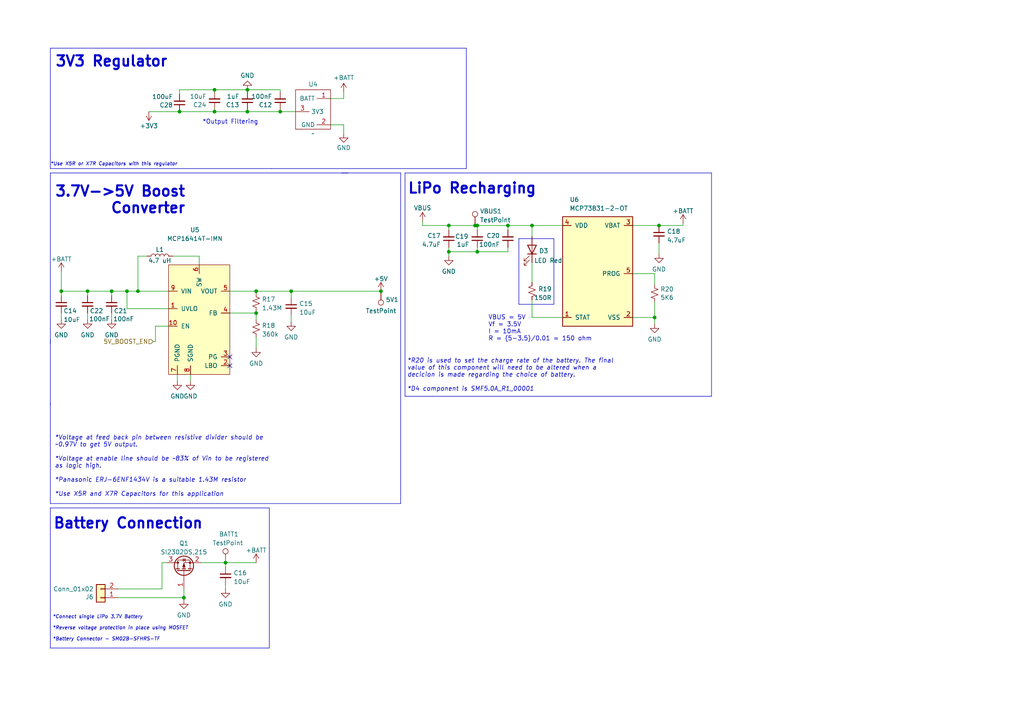
<source format=kicad_sch>
(kicad_sch (version 20230121) (generator eeschema)
  (paper "A4")
  (lib_symbols
    (symbol "+BATT_1" (power) (pin_names (offset 0))
      (property "Value" "+BATT_1" (at 0 3.556 0))
      (symbol "+BATT_1_0_1"
        (polyline (pts (xy -0.762 1.27) (xy 0 2.54)))
        (polyline (pts (xy 0 0) (xy 0 2.54)))
        (polyline (pts (xy 0 2.54) (xy 0.762 1.27)))
      )
      (symbol "+BATT_1_1_1"
        (pin power_in line (at 0 0 90) (length 0) hide (name "+BATT") (number "1"))
      )
    )
    (symbol "Battery_Management:MCP73831-2-OT" (pin_names (offset 1.016))
      (property "Reference" "U?" (at 40.1194 11.3198 0))
      (property "Value" "MCP73831-2-OT" (at 40.1194 8.7829 0))
      (symbol "MCP73831-2-OT_0_1"
        (rectangle (start 38.1 6.35) (end 58.42 -25.4) (stroke (width 0.254)) (fill (type background)))
      )
      (symbol "MCP73831-2-OT_1_1"
        (pin output line (at 38.1 -22.86 0) (length 2.54) (name "STAT") (number "1"))
        (pin power_in line (at 58.42 -22.86 180) (length 2.54) (name "VSS") (number "2"))
        (pin power_out line (at 58.42 3.81 180) (length 2.54) (name "VBAT") (number "3"))
        (pin power_in line (at 38.1 3.81 0) (length 2.54) (name "VDD") (number "4"))
        (pin input line (at 58.42 -10.16 180) (length 2.54) (name "PROG") (number "5"))
      )
    )
    (symbol "Bluetooth Pump:AP7363-33D-13"
      (property "Reference" "U" (at 0 0 0))
      (symbol "AP7363-33D-13_0_1"
        (rectangle (start -5.08 12.7) (end 5.08 1.27))
      )
      (symbol "AP7363-33D-13_1_1"
        (pin power_in line (at 5.08 10.16 180) (length 4) (name "BATT") (number "1"))
        (pin power_in line (at 5.08 2.54 180) (length 4) (name "GND") (number "2"))
        (pin power_out line (at -5.08 6.35 0) (length 4) (name "3V3") (number "3"))
      )
    )
    (symbol "Bluetooth-Pump-rescue:MCP16414T-IMN-Power_Management2" (pin_names (offset 1.016))
      (property "Reference" "U5" (at -2.54 30.48 0))
      (property "Value" "MCP16414T-IMN" (at -2.54 27.94 0))
      (symbol "MCP16414T-IMN-Power_Management2_0_1"
        (rectangle (start -10.16 20.32) (end 7.62 -11.43) (fill (type background)))
      )
      (symbol "MCP16414T-IMN-Power_Management2_1_1"
        (pin input line (at -10.16 7.62 0) (length 2.54) (name "UVLO") (number "1"))
        (pin input line (at -10.16 2.54 0) (length 2.54) (name "EN") (number "10"))
        (pin output line (at 7.62 -8.89 180) (length 2.54) (name "LBO") (number "2"))
        (pin output line (at 7.62 -6.35 180) (length 2.54) (name "PG") (number "3"))
        (pin input line (at 7.62 6.35 180) (length 2.54) (name "FB") (number "4"))
        (pin output line (at 7.62 12.7 180) (length 2.54) (name "VOUT") (number "5"))
        (pin output line (at -1.27 20.32 270) (length 2.54) (name "SW") (number "6"))
        (pin input line (at -7.62 -11.43 90) (length 2.54) (name "PGND") (number "7"))
        (pin input line (at -3.81 -11.43 90) (length 2.54) (name "SGND") (number "8"))
        (pin input line (at -10.16 12.7 0) (length 2.54) (name "VIN") (number "9"))
      )
    )
    (symbol "Connector:TestPoint" (pin_numbers hide) (pin_names (offset 0.762) hide)
      (property "Reference" "TP" (at 0 6.858 0))
      (property "Value" "TestPoint" (at 0 5.08 0))
      (symbol "TestPoint_0_1"
        (circle (center 0 3.302) (radius 0.762))
      )
      (symbol "TestPoint_1_1"
        (pin passive line (at 0 0 90) (length 2.54) (name "1") (number "1"))
      )
    )
    (symbol "Connector_Generic:Conn_01x02" (pin_names (offset 1.016) hide)
      (property "Reference" "J" (at 0 2.54 0))
      (property "Value" "Conn_01x02" (at 0 -5.08 0))
      (symbol "Conn_01x02_1_1"
        (rectangle (start -1.27 -2.413) (end 0 -2.667) (stroke (width 0.1524)))
        (rectangle (start -1.27 0.127) (end 0 -0.127) (stroke (width 0.1524)))
        (rectangle (start -1.27 1.27) (end 1.27 -3.81) (stroke (width 0.254)) (fill (type background)))
        (pin passive line (at -5.08 0 0) (length 3.81) (name "Pin_1") (number "1"))
        (pin passive line (at -5.08 -2.54 0) (length 3.81) (name "Pin_2") (number "2"))
      )
    )
    (symbol "Device:C_Small" (pin_numbers hide) (pin_names (offset 0.254) hide)
      (property "Reference" "C" (at 0.254 1.778 0))
      (property "Value" "C_Small" (at 0.254 -2.032 0))
      (symbol "C_Small_0_1"
        (polyline (pts (xy -1.524 -0.508) (xy 1.524 -0.508)) (stroke (width 0.3302)))
        (polyline (pts (xy -1.524 0.508) (xy 1.524 0.508)) (stroke (width 0.3048)))
      )
      (symbol "C_Small_1_1"
        (pin passive line (at 0 2.54 270) (length 2.032) (name "~") (number "1"))
        (pin passive line (at 0 -2.54 90) (length 2.032) (name "~") (number "2"))
      )
    )
    (symbol "Device:L" (pin_numbers hide) (pin_names (offset 1.016) hide)
      (property "Reference" "L" (at -1.27 0 90))
      (property "Value" "L" (at 1.905 0 90))
      (symbol "L_0_1"
        (arc (start 0 -2.54) (mid 0.6323 -1.905) (end 0 -1.27))
        (arc (start 0 -1.27) (mid 0.6323 -0.635) (end 0 0))
        (arc (start 0 0) (mid 0.6323 0.635) (end 0 1.27))
        (arc (start 0 1.27) (mid 0.6323 1.905) (end 0 2.54))
      )
      (symbol "L_1_1"
        (pin passive line (at 0 3.81 270) (length 1.27) (name "1") (number "1"))
        (pin passive line (at 0 -3.81 90) (length 1.27) (name "2") (number "2"))
      )
    )
    (symbol "Device:LED" (pin_numbers hide) (pin_names (offset 1.016) hide)
      (property "Reference" "D" (at 0 2.54 0))
      (property "Value" "LED" (at 0 -2.54 0))
      (symbol "LED_0_1"
        (polyline (pts (xy -1.27 -1.27) (xy -1.27 1.27)) (stroke (width 0.254)))
        (polyline (pts (xy -1.27 0) (xy 1.27 0)))
        (polyline (pts (xy 1.27 -1.27) (xy 1.27 1.27) (xy -1.27 0) (xy 1.27 -1.27)) (stroke (width 0.254)))
        (polyline (pts (xy -3.048 -0.762) (xy -4.572 -2.286) (xy -3.81 -2.286) (xy -4.572 -2.286) (xy -4.572 -1.524)))
        (polyline (pts (xy -1.778 -0.762) (xy -3.302 -2.286) (xy -2.54 -2.286) (xy -3.302 -2.286) (xy -3.302 -1.524)))
      )
      (symbol "LED_1_1"
        (pin passive line (at -3.81 0 0) (length 2.54) (name "K") (number "1"))
        (pin passive line (at 3.81 0 180) (length 2.54) (name "A") (number "2"))
      )
    )
    (symbol "Device:R_Small_US" (pin_numbers hide) (pin_names (offset 0.254) hide)
      (property "Reference" "R" (at 0.762 0.508 0))
      (property "Value" "R_Small_US" (at 0.762 -1.016 0))
      (symbol "R_Small_US_1_1"
        (polyline (pts (xy 0 0) (xy 1.016 -0.381) (xy 0 -0.762) (xy -1.016 -1.143) (xy 0 -1.524)))
        (polyline (pts (xy 0 1.524) (xy 1.016 1.143) (xy 0 0.762) (xy -1.016 0.381) (xy 0 0)))
        (pin passive line (at 0 2.54 270) (length 1.016) (name "~") (number "1"))
        (pin passive line (at 0 -2.54 90) (length 1.016) (name "~") (number "2"))
      )
    )
    (symbol "GND_1" (power) (pin_names (offset 0))
      (property "Value" "GND_1" (at 0 -3.81 0))
      (symbol "GND_1_0_1"
        (polyline (pts (xy 0 0) (xy 0 -1.27) (xy 1.27 -1.27) (xy 0 -2.54) (xy -1.27 -1.27) (xy 0 -1.27)))
      )
      (symbol "GND_1_1_1"
        (pin power_in line (at 0 0 270) (length 0) hide (name "GND") (number "1"))
      )
    )
    (symbol "GND_2" (power) (pin_names (offset 0))
      (property "Value" "GND_2" (at 0 -3.81 0))
      (symbol "GND_2_0_1"
        (polyline (pts (xy 0 0) (xy 0 -1.27) (xy 1.27 -1.27) (xy 0 -2.54) (xy -1.27 -1.27) (xy 0 -1.27)))
      )
      (symbol "GND_2_1_1"
        (pin power_in line (at 0 0 270) (length 0) hide (name "GND") (number "1"))
      )
    )
    (symbol "Transistor_FET:Si2319CDS" (pin_names hide)
      (property "Reference" "Q" (at 5.08 1.905 0))
      (property "Value" "Si2319CDS" (at 5.08 0 0))
      (symbol "Si2319CDS_0_1"
        (polyline (pts (xy 0.254 0) (xy -2.54 0)))
        (polyline (pts (xy 0.254 1.905) (xy 0.254 -1.905)) (stroke (width 0.254)))
        (polyline (pts (xy 0.762 -1.27) (xy 0.762 -2.286)) (stroke (width 0.254)))
        (polyline (pts (xy 0.762 0.508) (xy 0.762 -0.508)) (stroke (width 0.254)))
        (polyline (pts (xy 0.762 2.286) (xy 0.762 1.27)) (stroke (width 0.254)))
        (polyline (pts (xy 2.54 2.54) (xy 2.54 1.778)))
        (polyline (pts (xy 2.54 -2.54) (xy 2.54 0) (xy 0.762 0)))
        (polyline (pts (xy 0.762 1.778) (xy 3.302 1.778) (xy 3.302 -1.778) (xy 0.762 -1.778)))
        (polyline (pts (xy 2.286 0) (xy 1.27 0.381) (xy 1.27 -0.381) (xy 2.286 0)) (fill (type outline)))
        (polyline (pts (xy 2.794 -0.508) (xy 2.921 -0.381) (xy 3.683 -0.381) (xy 3.81 -0.254)))
        (polyline (pts (xy 3.302 -0.381) (xy 2.921 0.254) (xy 3.683 0.254) (xy 3.302 -0.381)))
        (circle (center 1.651 0) (radius 2.794) (stroke (width 0.254)))
        (circle (center 2.54 -1.778) (radius 0.254) (fill (type outline)))
        (circle (center 2.54 1.778) (radius 0.254) (fill (type outline)))
      )
      (symbol "Si2319CDS_1_1"
        (pin input line (at -5.08 0 0) (length 2.54) (name "G") (number "1"))
        (pin passive line (at 2.54 -5.08 90) (length 2.54) (name "S") (number "2"))
        (pin passive line (at 2.54 5.08 270) (length 2.54) (name "D") (number "3"))
      )
    )
    (symbol "power:+3V3" (power) (pin_names (offset 0))
      (property "Value" "+3V3" (at 0 3.556 0))
      (symbol "+3V3_0_1"
        (polyline (pts (xy -0.762 1.27) (xy 0 2.54)))
        (polyline (pts (xy 0 0) (xy 0 2.54)))
        (polyline (pts (xy 0 2.54) (xy 0.762 1.27)))
      )
      (symbol "+3V3_1_1"
        (pin power_in line (at 0 0 90) (length 0) hide (name "+3V3") (number "1"))
      )
    )
    (symbol "power:+5V" (power) (pin_names (offset 0))
      (property "Value" "+5V" (at 0 3.556 0))
      (symbol "+5V_0_1"
        (polyline (pts (xy -0.762 1.27) (xy 0 2.54)))
        (polyline (pts (xy 0 0) (xy 0 2.54)))
        (polyline (pts (xy 0 2.54) (xy 0.762 1.27)))
      )
      (symbol "+5V_1_1"
        (pin power_in line (at 0 0 90) (length 0) hide (name "+5V") (number "1"))
      )
    )
    (symbol "power:+BATT" (power) (pin_names (offset 0))
      (property "Value" "+BATT" (at 0 3.556 0))
      (symbol "+BATT_0_1"
        (polyline (pts (xy -0.762 1.27) (xy 0 2.54)))
        (polyline (pts (xy 0 0) (xy 0 2.54)))
        (polyline (pts (xy 0 2.54) (xy 0.762 1.27)))
      )
      (symbol "+BATT_1_1"
        (pin power_in line (at 0 0 90) (length 0) hide (name "+BATT") (number "1"))
      )
    )
    (symbol "power:GND" (power) (pin_names (offset 0))
      (property "Value" "GND" (at 0 -3.81 0))
      (symbol "GND_0_1"
        (polyline (pts (xy 0 0) (xy 0 -1.27) (xy 1.27 -1.27) (xy 0 -2.54) (xy -1.27 -1.27) (xy 0 -1.27)))
      )
      (symbol "GND_1_1"
        (pin power_in line (at 0 0 270) (length 0) hide (name "GND") (number "1"))
      )
    )
    (symbol "power:VBUS" (power) (pin_names (offset 0))
      (property "Value" "VBUS" (at 0 3.81 0))
      (symbol "VBUS_0_1"
        (polyline (pts (xy -0.762 1.27) (xy 0 2.54)))
        (polyline (pts (xy 0 0) (xy 0 2.54)))
        (polyline (pts (xy 0 2.54) (xy 0.762 1.27)))
      )
      (symbol "VBUS_1_1"
        (pin power_in line (at 0 0 90) (length 0) hide (name "VBUS") (number "1"))
      )
    )
  )
  (junction (at 191.135 65.405))
  (junction (at 17.78 84.455))
  (junction (at 110.49 84.455))
  (junction (at 53.34 173.355))
  (junction (at 138.43 65.405))
  (junction (at 65.405 163.195))
  (junction (at 52.07 32.385))
  (junction (at 36.83 84.455))
  (junction (at 74.295 84.455))
  (junction (at 62.23 26.035))
  (junction (at 138.43 73.025))
  (junction (at 71.755 26.035))
  (junction (at 40.005 84.455))
  (junction (at 130.175 73.025))
  (junction (at 130.175 65.405))
  (junction (at 154.305 65.405))
  (junction (at 25.4 84.455))
  (junction (at 74.295 90.805))
  (junction (at 71.755 32.385))
  (junction (at 81.28 32.385))
  (junction (at 84.455 84.455))
  (junction (at 62.23 32.385))
  (junction (at 147.32 65.405))
  (junction (at 137.795 65.405))
  (junction (at 189.865 92.075))
  (junction (at 32.385 84.455))
  (no_connect (at 66.675 106.045))
  (no_connect (at 66.675 103.505))
  (wire (pts (xy 130.175 73.025) (xy 130.175 74.295)))
  (wire (pts (xy 17.78 84.455) (xy 17.78 85.725)))
  (wire (pts (xy 71.755 32.385) (xy 71.755 31.75)))
  (wire (pts (xy 154.305 76.2) (xy 154.305 81.915)))
  (wire (pts (xy 138.43 71.755) (xy 138.43 73.025)))
  (polyline (pts (xy 78.74 48.895) (xy 14.605 48.895)))
  (wire (pts (xy 40.005 84.455) (xy 48.895 84.455)))
  (wire (pts (xy 147.32 73.025) (xy 138.43 73.025)))
  (polyline (pts (xy 206.375 114.935) (xy 206.375 50.165)))
  (wire (pts (xy 84.455 91.44) (xy 84.455 93.345)))
  (wire (pts (xy 71.755 26.67) (xy 71.755 26.035)))
  (polyline (pts (xy 150.495 69.215) (xy 160.655 69.215)))
  (wire (pts (xy 183.515 79.375) (xy 189.865 79.375)))
  (wire (pts (xy 74.295 97.79) (xy 74.295 100.965)))
  (wire (pts (xy 138.43 73.025) (xy 130.175 73.025)))
  (wire (pts (xy 71.755 32.385) (xy 62.23 32.385)))
  (polyline (pts (xy 14.605 147.32) (xy 78.105 147.32)))
  (wire (pts (xy 81.28 32.385) (xy 71.755 32.385)))
  (wire (pts (xy 74.295 84.455) (xy 74.295 85.09)))
  (wire (pts (xy 50.165 74.295) (xy 57.785 74.295)))
  (polyline (pts (xy 99.06 50.165) (xy 116.205 50.165)))
  (wire (pts (xy 154.305 65.405) (xy 163.195 65.405)))
  (wire (pts (xy 84.455 84.455) (xy 110.49 84.455)))
  (wire (pts (xy 99.695 36.195) (xy 99.695 38.735)))
  (polyline (pts (xy 117.475 114.935) (xy 206.375 114.935)))
  (polyline (pts (xy 78.105 147.32) (xy 78.105 187.96)))
  (polyline (pts (xy 116.205 50.165) (xy 116.205 146.05)))
  (wire (pts (xy 191.135 65.405) (xy 198.12 65.405)))
  (polyline (pts (xy 206.375 50.165) (xy 117.475 50.165)))
  (wire (pts (xy 32.385 84.455) (xy 32.385 85.725)))
  (polyline (pts (xy 100.965 50.165) (xy 14.605 50.165)))
  (wire (pts (xy 36.83 84.455) (xy 40.005 84.455)))
  (wire (pts (xy 130.175 65.405) (xy 137.795 65.405)))
  (wire (pts (xy 138.43 65.405) (xy 138.43 66.675)))
  (wire (pts (xy 53.34 170.815) (xy 53.34 173.355)))
  (wire (pts (xy 74.295 84.455) (xy 84.455 84.455)))
  (polyline (pts (xy 135.255 48.895) (xy 78.74 48.895)))
  (wire (pts (xy 95.885 28.575) (xy 99.695 28.575)))
  (wire (pts (xy 74.295 90.805) (xy 74.295 92.71)))
  (polyline (pts (xy 14.605 13.97) (xy 78.74 13.97)))
  (wire (pts (xy 99.695 28.575) (xy 99.695 26.67)))
  (wire (pts (xy 130.175 71.755) (xy 130.175 73.025)))
  (wire (pts (xy 81.28 26.67) (xy 81.28 26.035)))
  (wire (pts (xy 51.435 108.585) (xy 51.435 110.49)))
  (wire (pts (xy 62.23 26.67) (xy 62.23 26.035)))
  (wire (pts (xy 189.865 92.075) (xy 189.865 93.98)))
  (polyline (pts (xy 14.605 50.165) (xy 14.605 99.695)))
  (wire (pts (xy 71.755 26.035) (xy 62.23 26.035)))
  (wire (pts (xy 42.545 74.295) (xy 40.005 74.295)))
  (wire (pts (xy 191.135 70.485) (xy 191.135 73.66)))
  (wire (pts (xy 25.4 84.455) (xy 32.385 84.455)))
  (wire (pts (xy 34.29 170.815) (xy 46.99 170.815)))
  (wire (pts (xy 122.555 65.405) (xy 122.555 64.135)))
  (wire (pts (xy 189.865 87.63) (xy 189.865 92.075)))
  (wire (pts (xy 74.295 90.17) (xy 74.295 90.805)))
  (wire (pts (xy 32.385 84.455) (xy 36.83 84.455)))
  (wire (pts (xy 65.405 169.545) (xy 65.405 170.815)))
  (polyline (pts (xy 150.495 69.215) (xy 150.495 88.265)))
  (polyline (pts (xy 150.495 88.265) (xy 160.655 88.265)))
  (wire (pts (xy 198.12 65.405) (xy 198.12 64.77)))
  (wire (pts (xy 62.23 32.385) (xy 62.23 31.75)))
  (polyline (pts (xy 14.605 146.05) (xy 14.605 116.84)))
  (wire (pts (xy 52.07 32.385) (xy 43.18 32.385)))
  (wire (pts (xy 66.675 90.805) (xy 74.295 90.805)))
  (wire (pts (xy 137.795 65.405) (xy 138.43 65.405)))
  (polyline (pts (xy 14.605 98.425) (xy 14.605 117.475)))
  (wire (pts (xy 32.385 90.805) (xy 32.385 92.71)))
  (wire (pts (xy 130.175 65.405) (xy 122.555 65.405)))
  (wire (pts (xy 45.085 94.615) (xy 45.085 99.06)))
  (wire (pts (xy 52.07 27.305) (xy 52.07 26.035)))
  (wire (pts (xy 40.005 74.295) (xy 40.005 84.455)))
  (wire (pts (xy 84.455 84.455) (xy 84.455 86.36)))
  (polyline (pts (xy 117.475 52.07) (xy 117.475 114.935)))
  (wire (pts (xy 189.865 92.075) (xy 183.515 92.075)))
  (wire (pts (xy 58.42 163.195) (xy 65.405 163.195)))
  (wire (pts (xy 81.28 26.035) (xy 71.755 26.035)))
  (wire (pts (xy 189.865 79.375) (xy 189.865 82.55)))
  (wire (pts (xy 154.305 92.075) (xy 163.195 92.075)))
  (wire (pts (xy 36.83 89.535) (xy 36.83 84.455)))
  (polyline (pts (xy 160.655 88.265) (xy 160.655 69.215)))
  (wire (pts (xy 34.29 173.355) (xy 53.34 173.355)))
  (wire (pts (xy 147.32 66.675) (xy 147.32 65.405)))
  (wire (pts (xy 46.99 163.195) (xy 48.26 163.195)))
  (wire (pts (xy 138.43 65.405) (xy 147.32 65.405)))
  (wire (pts (xy 52.07 26.035) (xy 62.23 26.035)))
  (wire (pts (xy 57.785 74.295) (xy 57.785 76.835)))
  (wire (pts (xy 17.78 78.74) (xy 17.78 84.455)))
  (wire (pts (xy 17.78 84.455) (xy 25.4 84.455)))
  (wire (pts (xy 55.245 108.585) (xy 55.245 110.49)))
  (wire (pts (xy 95.885 36.195) (xy 99.695 36.195)))
  (wire (pts (xy 62.23 32.385) (xy 52.07 32.385)))
  (polyline (pts (xy 78.105 187.96) (xy 14.605 187.96)))
  (wire (pts (xy 154.305 86.995) (xy 154.305 92.075)))
  (wire (pts (xy 81.28 31.75) (xy 81.28 32.385)))
  (polyline (pts (xy 135.255 13.97) (xy 135.255 48.895)))
  (wire (pts (xy 25.4 90.805) (xy 25.4 92.71)))
  (wire (pts (xy 147.32 71.755) (xy 147.32 73.025)))
  (wire (pts (xy 183.515 65.405) (xy 191.135 65.405)))
  (wire (pts (xy 17.78 90.805) (xy 17.78 92.71)))
  (wire (pts (xy 46.99 170.815) (xy 46.99 163.195)))
  (wire (pts (xy 154.305 68.58) (xy 154.305 65.405)))
  (wire (pts (xy 25.4 84.455) (xy 25.4 85.725)))
  (polyline (pts (xy 117.475 50.165) (xy 117.475 52.07)))
  (wire (pts (xy 85.725 32.385) (xy 81.28 32.385)))
  (wire (pts (xy 45.085 99.06) (xy 44.45 99.06)))
  (wire (pts (xy 66.675 84.455) (xy 74.295 84.455)))
  (wire (pts (xy 65.405 163.195) (xy 65.405 164.465)))
  (wire (pts (xy 53.34 173.355) (xy 53.34 173.99)))
  (polyline (pts (xy 78.74 13.97) (xy 135.255 13.97)))
  (wire (pts (xy 45.085 94.615) (xy 48.895 94.615)))
  (wire (pts (xy 147.32 65.405) (xy 154.305 65.405)))
  (polyline (pts (xy 14.605 147.32) (xy 14.605 187.96)))
  (polyline (pts (xy 116.205 146.05) (xy 14.605 146.05)))
  (wire (pts (xy 65.405 163.195) (xy 74.295 163.195)))
  (wire (pts (xy 48.895 89.535) (xy 36.83 89.535)))
  (polyline (pts (xy 14.605 13.97) (xy 14.605 48.895)))
  (wire (pts (xy 130.175 65.405) (xy 130.175 66.675)))
  (text "*R20 is used to set the charge rate of the battery. The final \nvalue of this component will need to be altered when a \ndecicion is made regarding the choice of battery.\n\n*D4 component is SMF5.0A_R1_00001" (at 118.11 113.665 0) (effects (font (size 1.27 1.27) italic) (justify left bottom)))
  (text "*Voltage at feed back pin between resistive divider should be\n~0.97V to get 5V output.\n\n*Voltage at enable line should be ~83% of Vin to be registered\nas logic high.\n\n*Panasonic ERJ-6ENF1434V is a suitable 1.43M resistor\n\n*Use X5R and X7R Capacitors for this application" (at 15.875 144.145 0) (effects (font (size 1.27 1.27) italic) (justify left bottom)))
  (text "3V3 Regulator" (at 15.875 19.685 0) (effects (font (size 3 3) (thickness 0.6) bold) (justify left bottom)))
  (text "LiPo Recharging" (at 118.11 56.515 0) (effects (font (size 3 3) (thickness 0.6) bold) (justify left bottom)))
  (text "3.7V->5V Boost\nConverter" (at 53.975 62.23 0) (effects (font (size 2.9972 2.9972) (thickness 0.5994) bold) (justify right bottom)))
  (text "*Use X5R or X7R Capacitors with this regulator" (at 14.605 48.26 0) (effects (font (size 1 1) italic) (justify left bottom)))
  (text "Battery Connection" (at 59.055 153.67 0) (effects (font (size 2.9972 2.9972) (thickness 0.5994) bold) (justify right bottom)))
  (text "*Output Filtering" (at 74.93 36.195 0) (effects (font (size 1.27 1.27)) (justify right bottom)))
  (text "*Connect single LiPo 3.7V Battery\n\n*Reverse voltage protection in place using MOSFET\n\n*Battery Connector - SM02B-SFHRS-TF\n" (at 15.24 186.055 0) (effects (font (size 1 1) italic) (justify left bottom)))
  (text "VBUS = 5V\nVf = 3.5V\nI = 10mA\nR = (5-3.5)/0.01 = 150 ohm" (at 141.605 99.06 0) (effects (font (size 1.27 1.27)) (justify left bottom)))
  (hierarchical_label "5V_BOOST_EN" (shape input) (at 44.45 99.06 180))
  (symbol (lib_id "Device:C_Small") (at 138.43 69.215 0) (mirror x) (unit 1)
    (property "Reference" "C19" (at 135.89 68.58 0) (effects (justify right)))
    (property "Value" "1uF" (at 136.106 70.9108 0) (effects (justify right)))
    (property "Footprint" "Capacitor_SMD:C_0402_1005Metric" (effects hide))
    (property "LCSC" "C2887021" (effects hide))
  )
  (symbol (lib_id "power:GND") (at 25.4 92.71 0) (unit 1)
    (property "Reference" "#PWR056" (effects hide))
    (property "Value" "GND" (at 25.4 97.1534 0))
  )
  (symbol (lib_id "Bluetooth Pump:AP7363-33D-13") (at 90.805 38.735 0) (unit 1)
    (property "Reference" "U4" (at 90.805 24.4419 0))
    (property "Value" "~" (at 90.805 38.735 0))
    (property "Footprint" "Bluetooth Pump V2:DPAK" (effects hide))
    (property "LCSC" "C108723" (effects hide))
  )
  (symbol (lib_id "Device:C_Small") (at 25.4 88.265 0) (unit 1)
    (property "Reference" "C22" (at 26.035 90.17 0) (effects (justify left)))
    (property "Value" "100nF" (at 25.8191 92.5135 0) (effects (justify left)))
    (property "Footprint" "Capacitor_SMD:C_0402_1005Metric" (effects hide))
    (property "LCSC" "C913614" (effects hide))
  )
  (symbol (lib_id "power:GND") (at 51.435 110.49 0) (unit 1)
    (property "Reference" "#PWR035" (effects hide))
    (property "Value" "GND" (at 51.435 114.9334 0))
  )
  (symbol (lib_id "Bluetooth-Pump-rescue:MCP16414T-IMN-Power_Management2") (at 59.055 97.155 0) (unit 1)
    (property "Reference" "U5" (at 56.515 66.675 0))
    (property "Value" "MCP16414T-IMN" (at 56.515 69.215 0))
    (property "Footprint" "SOP50P490X110-10N:SOP50P490X110-10N" (effects hide))
    (property "LCSC" "C1518054" (effects hide))
  )
  (symbol (lib_id "power:+3V3") (at 43.18 32.385 180) (unit 1)
    (property "Reference" "#PWR030" (effects hide))
    (property "Value" "+3V3" (at 43.18 36.5181 0))
  )
  (symbol (lib_name "+BATT_1") (lib_id "power:+BATT") (at 99.695 26.67 0) (unit 1)
    (property "Reference" "#PWR028" (effects hide))
    (property "Value" "+BATT" (at 99.695 22.5369 0))
  )
  (symbol (lib_id "Device:R_Small_US") (at 189.865 85.09 0) (unit 1)
    (property "Reference" "R20" (at 191.516 83.8779 0) (effects (justify left)))
    (property "Value" "5K6" (at 191.516 86.3021 0) (effects (justify left)))
    (property "Footprint" "Resistor_SMD:R_0402_1005Metric" (effects hide))
    (property "LCSC" "C174239" (effects hide))
  )
  (symbol (lib_id "Device:C_Small") (at 84.455 88.9 0) (unit 1)
    (property "Reference" "C15" (at 86.7791 88.0716 0) (effects (justify left)))
    (property "Value" "10uF" (at 86.7791 90.6085 0) (effects (justify left)))
    (property "Footprint" "Capacitor_SMD:C_0402_1005Metric" (effects hide))
    (property "LCSC" "C1864622" (effects hide))
  )
  (symbol (lib_id "Device:R_Small_US") (at 154.305 84.455 0) (mirror x) (unit 1)
    (property "Reference" "R19" (at 160.02 83.82 0) (effects (justify right)))
    (property "Value" "150R" (at 160.02 86.3569 0) (effects (justify right)))
    (property "Footprint" "Resistor_SMD:R_0402_1005Metric" (effects hide))
    (property "LCSC" "C3015763" (effects hide))
  )
  (symbol (lib_id "power:+BATT") (at 74.295 163.195 0) (unit 1)
    (property "Reference" "#PWR042" (effects hide))
    (property "Value" "+BATT" (at 74.295 159.6192 0))
  )
  (symbol (lib_id "power:GND") (at 32.385 92.71 0) (unit 1)
    (property "Reference" "#PWR048" (effects hide))
    (property "Value" "GND" (at 32.385 97.1534 0))
  )
  (symbol (lib_id "Device:C_Small") (at 81.28 29.21 180) (unit 1)
    (property "Reference" "C12" (at 78.9559 30.4158 0) (effects (justify left)))
    (property "Value" "100nF" (at 78.9559 27.9916 0) (effects (justify left)))
    (property "Footprint" "Capacitor_SMD:C_0402_1005Metric" (effects hide))
    (property "LCSC" "C913614" (effects hide))
  )
  (symbol (lib_id "power:+5V") (at 110.49 84.455 0) (unit 1)
    (property "Reference" "#PWR039" (effects hide))
    (property "Value" "+5V" (at 110.49 80.8792 0))
  )
  (symbol (lib_id "power:GND") (at 191.135 73.66 0) (unit 1)
    (property "Reference" "#PWR046" (effects hide))
    (property "Value" "GND" (at 191.135 78.1034 0))
  )
  (symbol (lib_id "Device:R_Small_US") (at 74.295 95.25 0) (unit 1)
    (property "Reference" "R18" (at 75.946 94.4153 0) (effects (justify left)))
    (property "Value" "360k" (at 75.946 96.9522 0) (effects (justify left)))
    (property "Footprint" "Resistor_SMD:R_0402_1005Metric" (effects hide))
    (property "LCSC" "C413117" (effects hide))
  )
  (symbol (lib_id "power:GND") (at 17.78 92.71 0) (unit 1)
    (property "Reference" "#PWR034" (effects hide))
    (property "Value" "GND" (at 17.78 97.1534 0))
  )
  (symbol (lib_id "power:+BATT") (at 198.12 64.77 0) (unit 1)
    (property "Reference" "#PWR047" (effects hide))
    (property "Value" "+BATT" (at 198.12 61.1942 0))
  )
  (symbol (lib_id "Battery_Management:MCP73831-2-OT") (at 125.095 69.215 0) (unit 1)
    (property "Reference" "U6" (at 165.2144 57.8952 0) (effects (justify left)))
    (property "Value" "MCP73831-2-OT" (at 165.2144 60.4321 0) (effects (justify left)))
    (property "Footprint" "Package_TO_SOT_SMD:SOT-23-5" (effects hide))
    (property "Datasheet" "http://ww1.microchip.com/downloads/en/DeviceDoc/20001984g.pdf" (effects hide))
    (property "LCSC" "C625597" (effects hide))
  )
  (symbol (lib_name "GND_1") (lib_id "power:GND") (at 71.755 26.035 180) (unit 1)
    (property "Reference" "#PWR060" (effects hide))
    (property "Value" "GND" (at 71.755 21.9019 0))
  )
  (symbol (lib_id "Device:C_Small") (at 17.78 88.265 0) (unit 1)
    (property "Reference" "C14" (at 18.415 90.17 0) (effects (justify left)))
    (property "Value" "10uF" (at 18.415 92.7069 0) (effects (justify left)))
    (property "Footprint" "Capacitor_SMD:C_0402_1005Metric" (effects hide))
    (property "LCSC" "C1864622" (effects hide))
  )
  (symbol (lib_id "power:GND") (at 189.865 93.98 0) (unit 1)
    (property "Reference" "#PWR045" (effects hide))
    (property "Value" "GND" (at 189.865 98.4234 0))
  )
  (symbol (lib_id "power:GND") (at 65.405 170.815 0) (unit 1)
    (property "Reference" "#PWR041" (effects hide))
    (property "Value" "GND" (at 65.405 175.2584 0))
  )
  (symbol (lib_id "Device:C_Small") (at 71.755 29.21 180) (unit 1)
    (property "Reference" "C13" (at 69.4309 30.4158 0) (effects (justify left)))
    (property "Value" "1uF" (at 69.4309 27.9916 0) (effects (justify left)))
    (property "Footprint" "Capacitor_SMD:C_0402_1005Metric" (effects hide))
    (property "LCSC" "C2887021" (effects hide))
  )
  (symbol (lib_id "Device:L") (at 46.355 74.295 90) (unit 1)
    (property "Reference" "L1" (at 46.355 72.39 90))
    (property "Value" "4.7 uH" (at 46.355 75.565 90))
    (property "Footprint" "Inductor_SMD:L_1008_2520Metric" (effects hide))
    (property "LCSC" "C2981204" (effects hide))
  )
  (symbol (lib_id "power:VBUS") (at 122.555 64.135 0) (unit 1)
    (property "Reference" "#PWR043" (effects hide))
    (property "Value" "VBUS" (at 122.555 60.325 0))
  )
  (symbol (lib_id "Device:C_Small") (at 62.23 29.21 180) (unit 1)
    (property "Reference" "C24" (at 59.9059 30.4158 0) (effects (justify left)))
    (property "Value" "10uF" (at 59.9059 27.9916 0) (effects (justify left)))
    (property "Footprint" "Capacitor_SMD:C_0402_1005Metric" (effects hide))
    (property "LCSC" "C1864622" (effects hide))
  )
  (symbol (lib_id "Transistor_FET:Si2319CDS") (at 53.34 165.735 90) (unit 1)
    (property "Reference" "Q1" (at 53.34 157.5902 90))
    (property "Value" "SI2302DS,215" (at 53.34 160.1271 90))
    (property "Footprint" "Package_TO_SOT_SMD:SOT-23" (effects hide))
    (property "Datasheet" "http://www.vishay.com/docs/66709/si2319cd.pdf" (effects hide))
    (property "LCSC" "C5310967" (effects hide))
  )
  (symbol (lib_id "power:+BATT") (at 17.78 78.74 0) (unit 1)
    (property "Reference" "#PWR033" (effects hide))
    (property "Value" "+BATT" (at 17.78 75.1642 0))
  )
  (symbol (lib_id "Device:C_Small") (at 52.07 29.845 180) (unit 1)
    (property "Reference" "C28" (at 50.165 30.48 0) (effects (justify left)))
    (property "Value" "100uF" (at 50.165 28.0558 0) (effects (justify left)))
    (property "Footprint" "Capacitor_SMD:C_1210_3225Metric" (effects hide))
    (property "LCSC" "C2762605" (effects hide))
  )
  (symbol (lib_id "Device:C_Small") (at 147.32 69.215 0) (mirror x) (unit 1)
    (property "Reference" "C20" (at 144.9959 68.3739 0) (effects (justify right)))
    (property "Value" "100nF" (at 144.9959 70.9108 0) (effects (justify right)))
    (property "Footprint" "Capacitor_SMD:C_0402_1005Metric" (effects hide))
    (property "LCSC" "C913614" (effects hide))
  )
  (symbol (lib_id "Device:C_Small") (at 130.175 69.215 0) (mirror x) (unit 1)
    (property "Reference" "C17" (at 127.8509 68.3739 0) (effects (justify right)))
    (property "Value" "4.7uF" (at 127.8509 70.9108 0) (effects (justify right)))
    (property "Footprint" "Capacitor_SMD:C_0402_1005Metric" (effects hide))
    (property "LCSC" "C723999" (effects hide))
  )
  (symbol (lib_id "Connector:TestPoint") (at 65.405 163.195 0) (unit 1)
    (property "Reference" "BATT1" (at 63.5 154.94 0) (effects (justify left)))
    (property "Value" "TestPoint" (at 61.595 157.48 0) (effects (justify left)))
    (property "Footprint" "TestPoint:TestPoint_Pad_1.0x1.0mm" (effects hide))
  )
  (symbol (lib_id "power:GND") (at 55.245 110.49 0) (unit 1)
    (property "Reference" "#PWR036" (effects hide))
    (property "Value" "GND" (at 55.245 114.9334 0))
  )
  (symbol (lib_id "power:GND") (at 53.34 173.99 0) (unit 1)
    (property "Reference" "#PWR0102" (effects hide))
    (property "Value" "GND" (at 53.34 178.4334 0))
  )
  (symbol (lib_id "power:GND") (at 84.455 93.345 0) (unit 1)
    (property "Reference" "#PWR038" (effects hide))
    (property "Value" "GND" (at 84.455 97.7884 0))
  )
  (symbol (lib_name "GND_2") (lib_id "power:GND") (at 99.695 38.735 0) (unit 1)
    (property "Reference" "#PWR029" (effects hide))
    (property "Value" "GND" (at 99.695 42.8681 0))
  )
  (symbol (lib_id "Device:C_Small") (at 32.385 88.265 0) (unit 1)
    (property "Reference" "C21" (at 33.02 90.17 0) (effects (justify left)))
    (property "Value" "100nF" (at 32.8041 92.5135 0) (effects (justify left)))
    (property "Footprint" "Capacitor_SMD:C_0402_1005Metric" (effects hide))
    (property "LCSC" "C913614" (effects hide))
  )
  (symbol (lib_id "Device:LED") (at 154.305 72.39 270) (mirror x) (unit 1)
    (property "Reference" "D3" (at 156.337 72.7654 90) (effects (justify left)))
    (property "Value" "LED Red" (at 154.94 75.565 90) (effects (justify left)))
    (property "Footprint" "LED_SMD:LED_0603_1608Metric" (effects hide))
    (property "LCSC" "C2286" (effects hide))
  )
  (symbol (lib_id "Connector:TestPoint") (at 110.49 84.455 180) (unit 1)
    (property "Reference" "5V1" (at 111.887 86.9223 0) (effects (justify right)))
    (property "Value" "TestPoint" (at 106.045 90.17 0) (effects (justify right)))
    (property "Footprint" "TestPoint:TestPoint_Pad_1.0x1.0mm" (effects hide))
  )
  (symbol (lib_id "Device:C_Small") (at 191.135 67.945 0) (unit 1)
    (property "Reference" "C18" (at 193.4591 67.1166 0) (effects (justify left)))
    (property "Value" "4.7uF" (at 193.4591 69.6535 0) (effects (justify left)))
    (property "Footprint" "Capacitor_SMD:C_0402_1005Metric" (effects hide))
    (property "LCSC" "C723999" (effects hide))
  )
  (symbol (lib_id "Device:R_Small_US") (at 74.295 87.63 0) (unit 1)
    (property "Reference" "R17" (at 75.946 86.7953 0) (effects (justify left)))
    (property "Value" "1.43M" (at 75.946 89.3322 0) (effects (justify left)))
    (property "Footprint" "Resistor_SMD:R_0402_1005Metric" (effects hide))
    (property "LCSC" "C368342" (effects hide))
  )
  (symbol (lib_id "power:GND") (at 74.295 100.965 0) (unit 1)
    (property "Reference" "#PWR037" (effects hide))
    (property "Value" "GND" (at 74.295 105.4084 0))
  )
  (symbol (lib_id "Device:C_Small") (at 65.405 167.005 0) (unit 1)
    (property "Reference" "C16" (at 67.7291 166.1766 0) (effects (justify left)))
    (property "Value" "10uF" (at 67.7291 168.7135 0) (effects (justify left)))
    (property "Footprint" "Capacitor_SMD:C_0402_1005Metric" (effects hide))
    (property "LCSC" "C1864622" (effects hide))
  )
  (symbol (lib_id "Connector_Generic:Conn_01x02") (at 29.21 173.355 180) (unit 1)
    (property "Reference" "J6" (at 27.178 173.1518 0) (effects (justify left)))
    (property "Value" "Conn_01x02" (at 27.178 170.8404 0) (effects (justify left)))
    (property "Footprint" "Connector_PinHeader_1.27mm:PinHeader_1x02_P1.27mm_Vertical" (effects hide))
  )
  (symbol (lib_id "power:GND") (at 130.175 74.295 0) (unit 1)
    (property "Reference" "#PWR044" (effects hide))
    (property "Value" "GND" (at 130.175 78.7384 0))
  )
  (symbol (lib_id "Connector:TestPoint") (at 137.795 65.405 0) (unit 1)
    (property "Reference" "VBUS1" (at 139.192 61.2683 0) (effects (justify left)))
    (property "Value" "TestPoint" (at 139.192 63.8052 0) (effects (justify left)))
    (property "Footprint" "TestPoint:TestPoint_Pad_1.0x1.0mm" (effects hide))
  )
)
</source>
